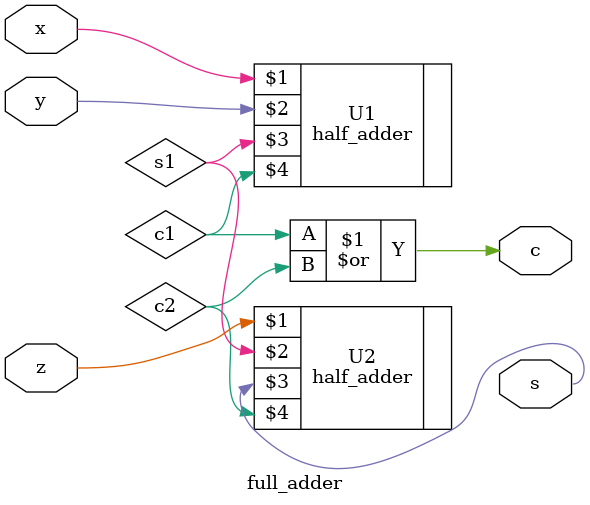
<source format=v>
module full_adder(x,y,z,s,c);

input x,y,z;
output s,c;

wire s1,c1,c2;

half_adder U1(x,y,s1,c1);
half_adder U2(z,s1,s,c2);

assign c=c1|c2;

endmodule

</source>
